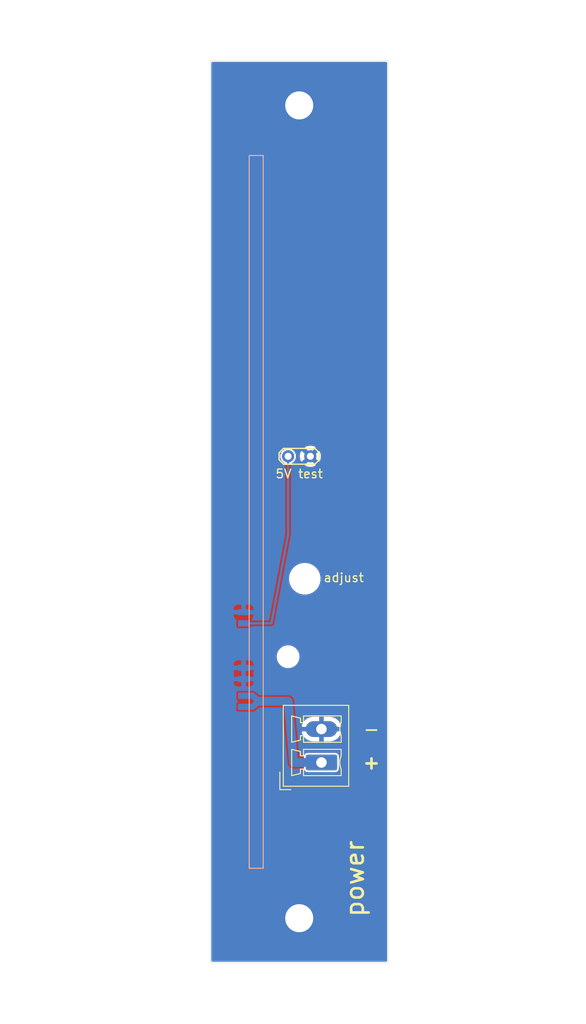
<source format=kicad_pcb>
(kicad_pcb (version 20171130) (host pcbnew 5.1.5+dfsg1-2build2)

  (general
    (thickness 1.6)
    (drawings 70)
    (tracks 11)
    (zones 0)
    (modules 7)
    (nets 4)
  )

  (page A4)
  (layers
    (0 F.Cu signal)
    (31 B.Cu signal)
    (32 B.Adhes user)
    (33 F.Adhes user)
    (34 B.Paste user)
    (35 F.Paste user)
    (36 B.SilkS user)
    (37 F.SilkS user)
    (38 B.Mask user)
    (39 F.Mask user)
    (40 Dwgs.User user)
    (41 Cmts.User user)
    (42 Eco1.User user)
    (43 Eco2.User user)
    (44 Edge.Cuts user)
    (45 Margin user)
    (46 B.CrtYd user)
    (47 F.CrtYd user)
    (48 B.Fab user)
    (49 F.Fab user)
  )

  (setup
    (last_trace_width 0.25)
    (user_trace_width 0.3)
    (user_trace_width 0.5)
    (user_trace_width 0.7)
    (user_trace_width 1)
    (user_trace_width 1.6)
    (trace_clearance 0.2)
    (zone_clearance 0.1)
    (zone_45_only no)
    (trace_min 0.2)
    (via_size 0.8)
    (via_drill 0.4)
    (via_min_size 0.4)
    (via_min_drill 0.3)
    (user_via 0.6 0.3)
    (uvia_size 0.3)
    (uvia_drill 0.1)
    (uvias_allowed no)
    (uvia_min_size 0.2)
    (uvia_min_drill 0.1)
    (edge_width 0.05)
    (segment_width 0.2)
    (pcb_text_width 0.3)
    (pcb_text_size 1.5 1.5)
    (mod_edge_width 0.12)
    (mod_text_size 1 1)
    (mod_text_width 0.15)
    (pad_size 1 1)
    (pad_drill 1)
    (pad_to_mask_clearance 0.051)
    (solder_mask_min_width 0.25)
    (aux_axis_origin 0 0)
    (grid_origin 78.74 43.2)
    (visible_elements FFFFFF7F)
    (pcbplotparams
      (layerselection 0x010fc_ffffffff)
      (usegerberextensions true)
      (usegerberattributes false)
      (usegerberadvancedattributes false)
      (creategerberjobfile false)
      (excludeedgelayer true)
      (linewidth 0.100000)
      (plotframeref false)
      (viasonmask false)
      (mode 1)
      (useauxorigin false)
      (hpglpennumber 1)
      (hpglpenspeed 20)
      (hpglpendiameter 15.000000)
      (psnegative false)
      (psa4output false)
      (plotreference true)
      (plotvalue true)
      (plotinvisibletext false)
      (padsonsilk false)
      (subtractmaskfromsilk true)
      (outputformat 1)
      (mirror false)
      (drillshape 0)
      (scaleselection 1)
      (outputdirectory "gerber/"))
  )

  (net 0 "")
  (net 1 GND)
  (net 2 VIN)
  (net 3 VOUT)

  (net_class Default "This is the default net class."
    (clearance 0.2)
    (trace_width 0.25)
    (via_dia 0.8)
    (via_drill 0.4)
    (uvia_dia 0.3)
    (uvia_drill 0.1)
    (add_net GND)
    (add_net VIN)
    (add_net VOUT)
  )

  (module plc88:fm_power_i (layer F.Cu) (tedit 63A7F5AF) (tstamp 63A84AF4)
    (at 80.645 55.265)
    (path /63A7FA69)
    (fp_text reference J1 (at 1.27 -5.715) (layer F.SilkS) hide
      (effects (font (size 1 1) (thickness 0.15)))
    )
    (fp_text value fm_power_i (at 0.635 -7.62) (layer F.Fab) hide
      (effects (font (size 1 1) (thickness 0.15)))
    )
    (fp_line (start -0.305 -12.085) (end -0.305 69.215) (layer B.SilkS) (width 0.12))
    (fp_line (start -1.905 -12.085) (end -0.305 -12.085) (layer B.SilkS) (width 0.12))
    (fp_line (start -1.905 69.215) (end -0.305 69.215) (layer B.SilkS) (width 0.12))
    (fp_line (start -1.905 -12.065) (end -1.905 69.215) (layer B.SilkS) (width 0.12))
    (pad 4 smd rect (at -2.54 40.005) (size 1.27 0.7) (layers B.Cu B.Paste B.Mask)
      (net 1 GND))
    (pad 2 smd rect (at -2.54 46.355) (size 1.27 0.7) (layers B.Cu B.Paste B.Mask)
      (net 1 GND))
    (pad 2 smd rect (at -2.54 47.625) (size 1.27 0.7) (layers B.Cu B.Paste B.Mask)
      (net 1 GND))
    (pad 5 smd rect (at 0.295 28.575) (size 1.27 7.62) (layers B.Cu B.Paste B.Mask)
      (net 1 GND) (zone_connect 2))
    (pad 5 smd rect (at 0.381 57.785) (size 1.27 7.62) (layers B.Cu B.Paste B.Mask)
      (net 1 GND) (zone_connect 2))
    (pad 5 smd rect (at 0.381 -0.635) (size 1.27 7.62) (layers B.Cu B.Paste B.Mask)
      (net 1 GND) (zone_connect 2))
    (pad 5 smd rect (at -2.54 57.785) (size 1.27 7.62) (layers B.Cu B.Paste B.Mask)
      (net 1 GND) (zone_connect 2))
    (pad 5 smd rect (at -2.54 28.575) (size 1.27 7.62) (layers B.Cu B.Paste B.Mask)
      (net 1 GND) (zone_connect 2))
    (pad 5 smd rect (at -2.54 -0.635) (size 1.27 7.62) (layers B.Cu B.Paste B.Mask)
      (net 1 GND) (zone_connect 2))
    (pad 1 smd rect (at -2.54 50.8) (size 1.27 0.7) (layers B.Cu B.Paste B.Mask)
      (net 2 VIN))
    (pad 3 smd rect (at -2.54 41.275) (size 1.27 0.7) (layers B.Cu B.Paste B.Mask)
      (net 3 VOUT))
    (pad 1 smd rect (at -2.54 49.53) (size 1.27 0.7) (layers B.Cu B.Paste B.Mask)
      (net 2 VIN))
  )

  (module TestPoint:TestPoint_2Pads_Pitch2.54mm_Drill0.8mm (layer F.Cu) (tedit 5A0F774F) (tstamp 6397FF17)
    (at 83.185 77.49)
    (descr "Test point with 2 pins, pitch 2.54mm, drill diameter 0.8mm")
    (tags "CONN DEV")
    (path /6398150D)
    (attr virtual)
    (fp_text reference TP1 (at 1.3 -2) (layer F.SilkS) hide
      (effects (font (size 1 1) (thickness 0.15)))
    )
    (fp_text value "5V test" (at 1.27 2) (layer F.SilkS)
      (effects (font (size 1 1) (thickness 0.15)))
    )
    (fp_line (start -1.03 -0.4) (end -0.53 -0.9) (layer F.SilkS) (width 0.15))
    (fp_line (start -1.03 0.4) (end -1.03 -0.4) (layer F.SilkS) (width 0.15))
    (fp_line (start -0.53 0.9) (end -1.03 0.4) (layer F.SilkS) (width 0.15))
    (fp_line (start 3.07 0.9) (end -0.53 0.9) (layer F.SilkS) (width 0.15))
    (fp_line (start 3.57 0.4) (end 3.07 0.9) (layer F.SilkS) (width 0.15))
    (fp_line (start 3.57 -0.4) (end 3.57 0.4) (layer F.SilkS) (width 0.15))
    (fp_line (start 3.07 -0.9) (end 3.57 -0.4) (layer F.SilkS) (width 0.15))
    (fp_line (start -0.53 -0.9) (end 3.07 -0.9) (layer F.SilkS) (width 0.15))
    (fp_line (start -1.3 0.5) (end -0.65 1.15) (layer F.CrtYd) (width 0.05))
    (fp_line (start -1.3 -0.5) (end -1.3 0.5) (layer F.CrtYd) (width 0.05))
    (fp_line (start -0.65 -1.15) (end -1.3 -0.5) (layer F.CrtYd) (width 0.05))
    (fp_line (start 3.15 -1.15) (end -0.65 -1.15) (layer F.CrtYd) (width 0.05))
    (fp_line (start 3.8 -0.5) (end 3.15 -1.15) (layer F.CrtYd) (width 0.05))
    (fp_line (start 3.8 0.5) (end 3.8 -0.5) (layer F.CrtYd) (width 0.05))
    (fp_line (start 3.15 1.15) (end 3.8 0.5) (layer F.CrtYd) (width 0.05))
    (fp_line (start -0.65 1.15) (end 3.15 1.15) (layer F.CrtYd) (width 0.05))
    (fp_text user %R (at 1.3 -2) (layer F.Fab) hide
      (effects (font (size 1 1) (thickness 0.15)))
    )
    (pad 2 thru_hole circle (at 2.54 0) (size 1.4 1.4) (drill 0.8) (layers *.Cu *.Mask)
      (net 1 GND))
    (pad 1 thru_hole circle (at 0 0) (size 1.4 1.4) (drill 0.8) (layers *.Cu *.Mask)
      (net 3 VOUT))
  )

  (module Connector_Phoenix_MC:PhoenixContact_MCV_1,5_2-G-3.81_1x02_P3.81mm_Vertical (layer F.Cu) (tedit 5B784ED1) (tstamp 63558088)
    (at 86.995 112.415 90)
    (descr "Generic Phoenix Contact connector footprint for: MCV_1,5/2-G-3.81; number of pins: 02; pin pitch: 3.81mm; Vertical || order number: 1803426 8A 160V")
    (tags "phoenix_contact connector MCV_01x02_G_3.81mm")
    (path /635614D4)
    (fp_text reference J10 (at 1.9 -5.45 90) (layer F.SilkS) hide
      (effects (font (size 1 1) (thickness 0.15)))
    )
    (fp_text value input (at 1.9 4.2 90) (layer F.Fab) hide
      (effects (font (size 1 1) (thickness 0.15)))
    )
    (fp_text user %R (at 1.9 -3.55 90) (layer F.Fab) hide
      (effects (font (size 1 1) (thickness 0.15)))
    )
    (fp_line (start -3.1 -4.75) (end -1.1 -4.75) (layer F.Fab) (width 0.1))
    (fp_line (start -3.1 -3.5) (end -3.1 -4.75) (layer F.Fab) (width 0.1))
    (fp_line (start -3.1 -4.75) (end -1.1 -4.75) (layer F.SilkS) (width 0.12))
    (fp_line (start -3.1 -3.5) (end -3.1 -4.75) (layer F.SilkS) (width 0.12))
    (fp_line (start 6.91 -4.75) (end -3.1 -4.75) (layer F.CrtYd) (width 0.05))
    (fp_line (start 6.91 3.5) (end 6.91 -4.75) (layer F.CrtYd) (width 0.05))
    (fp_line (start -3.1 3.5) (end 6.91 3.5) (layer F.CrtYd) (width 0.05))
    (fp_line (start -3.1 -4.75) (end -3.1 3.5) (layer F.CrtYd) (width 0.05))
    (fp_line (start 5.31 2.25) (end 4.56 2.25) (layer F.SilkS) (width 0.12))
    (fp_line (start 5.31 -2.05) (end 5.31 2.25) (layer F.SilkS) (width 0.12))
    (fp_line (start 4.56 -2.05) (end 5.31 -2.05) (layer F.SilkS) (width 0.12))
    (fp_line (start 4.56 -2.4) (end 4.56 -2.05) (layer F.SilkS) (width 0.12))
    (fp_line (start 5.06 -2.4) (end 4.56 -2.4) (layer F.SilkS) (width 0.12))
    (fp_line (start 5.31 -3.4) (end 5.06 -2.4) (layer F.SilkS) (width 0.12))
    (fp_line (start 2.31 -3.4) (end 5.31 -3.4) (layer F.SilkS) (width 0.12))
    (fp_line (start 2.56 -2.4) (end 2.31 -3.4) (layer F.SilkS) (width 0.12))
    (fp_line (start 3.06 -2.4) (end 2.56 -2.4) (layer F.SilkS) (width 0.12))
    (fp_line (start 3.06 -2.05) (end 3.06 -2.4) (layer F.SilkS) (width 0.12))
    (fp_line (start 2.31 -2.05) (end 3.06 -2.05) (layer F.SilkS) (width 0.12))
    (fp_line (start 2.31 2.25) (end 2.31 -2.05) (layer F.SilkS) (width 0.12))
    (fp_line (start 3.06 2.25) (end 2.31 2.25) (layer F.SilkS) (width 0.12))
    (fp_line (start 1.5 2.25) (end 0.75 2.25) (layer F.SilkS) (width 0.12))
    (fp_line (start 1.5 -2.05) (end 1.5 2.25) (layer F.SilkS) (width 0.12))
    (fp_line (start 0.75 -2.05) (end 1.5 -2.05) (layer F.SilkS) (width 0.12))
    (fp_line (start 0.75 -2.4) (end 0.75 -2.05) (layer F.SilkS) (width 0.12))
    (fp_line (start 1.25 -2.4) (end 0.75 -2.4) (layer F.SilkS) (width 0.12))
    (fp_line (start 1.5 -3.4) (end 1.25 -2.4) (layer F.SilkS) (width 0.12))
    (fp_line (start -1.5 -3.4) (end 1.5 -3.4) (layer F.SilkS) (width 0.12))
    (fp_line (start -1.25 -2.4) (end -1.5 -3.4) (layer F.SilkS) (width 0.12))
    (fp_line (start -0.75 -2.4) (end -1.25 -2.4) (layer F.SilkS) (width 0.12))
    (fp_line (start -0.75 -2.05) (end -0.75 -2.4) (layer F.SilkS) (width 0.12))
    (fp_line (start -1.5 -2.05) (end -0.75 -2.05) (layer F.SilkS) (width 0.12))
    (fp_line (start -1.5 2.25) (end -1.5 -2.05) (layer F.SilkS) (width 0.12))
    (fp_line (start -0.75 2.25) (end -1.5 2.25) (layer F.SilkS) (width 0.12))
    (fp_line (start 6.41 -4.25) (end -2.6 -4.25) (layer F.Fab) (width 0.1))
    (fp_line (start 6.41 3) (end 6.41 -4.25) (layer F.Fab) (width 0.1))
    (fp_line (start -2.6 3) (end 6.41 3) (layer F.Fab) (width 0.1))
    (fp_line (start -2.6 -4.25) (end -2.6 3) (layer F.Fab) (width 0.1))
    (fp_line (start 6.52 -4.36) (end -2.71 -4.36) (layer F.SilkS) (width 0.12))
    (fp_line (start 6.52 3.11) (end 6.52 -4.36) (layer F.SilkS) (width 0.12))
    (fp_line (start -2.71 3.11) (end 6.52 3.11) (layer F.SilkS) (width 0.12))
    (fp_line (start -2.71 -4.36) (end -2.71 3.11) (layer F.SilkS) (width 0.12))
    (fp_arc (start 3.81 3.95) (end 3.06 2.25) (angle 47.6) (layer F.SilkS) (width 0.12))
    (fp_arc (start 0 3.95) (end -0.75 2.25) (angle 47.6) (layer F.SilkS) (width 0.12))
    (pad 2 thru_hole oval (at 3.81 0 90) (size 1.8 3.6) (drill 1.2) (layers *.Cu *.Mask)
      (net 1 GND))
    (pad 1 thru_hole roundrect (at 0 0 90) (size 1.8 3.6) (drill 1.2) (layers *.Cu *.Mask) (roundrect_rratio 0.138889)
      (net 2 VIN))
    (model ${KISYS3DMOD}/Connector_Phoenix_MC.3dshapes/PhoenixContact_MCV_1,5_2-G-3.81_1x02_P3.81mm_Vertical.wrl
      (at (xyz 0 0 0))
      (scale (xyz 1 1 1))
      (rotate (xyz 0 0 0))
    )
  )

  (module MountingHole:MountingHole_2.2mm_M2_DIN965 (layer F.Cu) (tedit 56D1B4CB) (tstamp 63551460)
    (at 83.185 100.35)
    (descr "Mounting Hole 2.2mm, no annular, M2, DIN965")
    (tags "mounting hole 2.2mm no annular m2 din965")
    (path /6355985C)
    (attr virtual)
    (fp_text reference H4 (at 0 -2.9) (layer F.SilkS) hide
      (effects (font (size 1 1) (thickness 0.15)))
    )
    (fp_text value "power led" (at 0 2.9) (layer F.Fab) hide
      (effects (font (size 1 1) (thickness 0.15)))
    )
    (fp_circle (center 0 0) (end 2.15 0) (layer F.CrtYd) (width 0.05))
    (fp_circle (center 0 0) (end 1.9 0) (layer Cmts.User) (width 0.15))
    (fp_text user %R (at 0.3 0) (layer F.Fab) hide
      (effects (font (size 1 1) (thickness 0.15)))
    )
    (pad 1 np_thru_hole circle (at 0 0) (size 2.2 2.2) (drill 2.2) (layers *.Cu *.Mask))
  )

  (module MountingHole:MountingHole_3.2mm_M3_DIN965 (layer F.Cu) (tedit 56D1B4CB) (tstamp 63551458)
    (at 85.09 91.46)
    (descr "Mounting Hole 3.2mm, no annular, M3, DIN965")
    (tags "mounting hole 3.2mm no annular m3 din965")
    (path /6355A03A)
    (attr virtual)
    (fp_text reference H3 (at 0 -3.8) (layer F.SilkS) hide
      (effects (font (size 1 1) (thickness 0.15)))
    )
    (fp_text value adjust (at 4.445 -0.127) (layer F.SilkS)
      (effects (font (size 1 1) (thickness 0.15)))
    )
    (fp_circle (center 0 0) (end 3.05 0) (layer F.CrtYd) (width 0.05))
    (fp_circle (center 0 0) (end 2.8 0) (layer Cmts.User) (width 0.15))
    (fp_text user %R (at 0.3 0) (layer F.Fab) hide
      (effects (font (size 1 1) (thickness 0.15)))
    )
    (pad 1 np_thru_hole circle (at 0 0) (size 3.2 3.2) (drill 3.2) (layers *.Cu *.Mask))
  )

  (module MountingHole:MountingHole_3.2mm_M3_Pad (layer F.Cu) (tedit 61F97160) (tstamp 61F9706A)
    (at 84.455 37.465)
    (descr "Mounting Hole 3.2mm, M3")
    (tags "mounting hole 3.2mm m3")
    (path /61F96FAB)
    (attr virtual)
    (fp_text reference H1 (at 0 -4.2) (layer F.SilkS) hide
      (effects (font (size 1 1) (thickness 0.15)))
    )
    (fp_text value MountingHole_Pad (at 0 4.2) (layer F.Fab) hide
      (effects (font (size 1 1) (thickness 0.15)))
    )
    (fp_text user %R (at 0.3 0) (layer F.Fab) hide
      (effects (font (size 1 1) (thickness 0.15)))
    )
    (fp_circle (center 0 0) (end 3.2 0) (layer Cmts.User) (width 0.15))
    (fp_circle (center 0 0) (end 3.45 0) (layer F.CrtYd) (width 0.05))
    (pad 1 thru_hole circle (at 0 0) (size 6.4 6.4) (drill 3.2) (layers *.Cu *.Mask)
      (net 1 GND) (zone_connect 2))
  )

  (module MountingHole:MountingHole_3.2mm_M3_Pad (layer F.Cu) (tedit 61F97169) (tstamp 61F96D2B)
    (at 84.455 130.175)
    (descr "Mounting Hole 3.2mm, M3")
    (tags "mounting hole 3.2mm m3")
    (path /61F97419)
    (attr virtual)
    (fp_text reference H2 (at 0 -4.2) (layer F.SilkS) hide
      (effects (font (size 1 1) (thickness 0.15)))
    )
    (fp_text value MountingHole_Pad (at 0 4.2) (layer F.Fab) hide
      (effects (font (size 1 1) (thickness 0.15)))
    )
    (fp_circle (center 0 0) (end 3.45 0) (layer F.CrtYd) (width 0.05))
    (fp_circle (center 0 0) (end 3.2 0) (layer Cmts.User) (width 0.15))
    (fp_text user %R (at 0.3 0) (layer F.Fab) hide
      (effects (font (size 1 1) (thickness 0.15)))
    )
    (pad 1 thru_hole circle (at 0 0) (size 6.4 6.4) (drill 3.2) (layers *.Cu *.Mask)
      (net 1 GND) (zone_connect 2))
  )

  (gr_line (start 77.47 106.446) (end 77.47 105.684) (layer F.Fab) (width 0.15) (tstamp 63A7EC1D))
  (gr_line (start 78.74 106.446) (end 77.47 106.446) (layer F.Fab) (width 0.15))
  (gr_line (start 78.74 105.684) (end 78.74 106.446) (layer F.Fab) (width 0.15))
  (gr_line (start 77.47 105.684) (end 78.74 105.684) (layer F.Fab) (width 0.15))
  (gr_line (start 77.47 105.176) (end 77.47 104.414) (layer F.Fab) (width 0.15) (tstamp 63A7EC16))
  (gr_line (start 78.74 105.176) (end 77.47 105.176) (layer F.Fab) (width 0.15))
  (gr_line (start 78.74 104.414) (end 78.74 105.176) (layer F.Fab) (width 0.15))
  (gr_line (start 77.47 104.414) (end 78.74 104.414) (layer F.Fab) (width 0.15))
  (gr_line (start 78.74 96.159) (end 77.47 96.159) (layer F.Fab) (width 0.15) (tstamp 63A7EC0E))
  (gr_line (start 78.74 96.921) (end 78.74 96.159) (layer F.Fab) (width 0.15))
  (gr_line (start 77.47 96.921) (end 78.74 96.921) (layer F.Fab) (width 0.15))
  (gr_line (start 77.47 96.159) (end 77.47 96.921) (layer F.Fab) (width 0.15))
  (gr_line (start 80.391 116.86) (end 80.391 109.24) (layer F.Fab) (width 0.15) (tstamp 63A7EC01))
  (gr_line (start 81.661 116.86) (end 80.391 116.86) (layer F.Fab) (width 0.15))
  (gr_line (start 81.661 109.24) (end 81.661 116.86) (layer F.Fab) (width 0.15))
  (gr_line (start 80.391 109.24) (end 81.661 109.24) (layer F.Fab) (width 0.15))
  (gr_line (start 77.47 116.86) (end 77.47 109.24) (layer F.Fab) (width 0.15) (tstamp 63A7EBFA))
  (gr_line (start 78.74 116.86) (end 77.47 116.86) (layer F.Fab) (width 0.15))
  (gr_line (start 78.74 109.24) (end 78.74 116.86) (layer F.Fab) (width 0.15))
  (gr_line (start 77.47 109.24) (end 78.74 109.24) (layer F.Fab) (width 0.15))
  (gr_line (start 77.47 58.44) (end 77.47 50.82) (layer F.Fab) (width 0.15) (tstamp 63A7EBED))
  (gr_line (start 77.343 58.44) (end 77.47 58.44) (layer F.Fab) (width 0.15))
  (gr_line (start 78.74 58.44) (end 77.343 58.44) (layer F.Fab) (width 0.15))
  (gr_line (start 78.74 50.82) (end 78.74 58.44) (layer F.Fab) (width 0.15))
  (gr_line (start 77.47 50.82) (end 78.74 50.82) (layer F.Fab) (width 0.15))
  (gr_line (start 80.391 58.44) (end 80.391 50.82) (layer F.Fab) (width 0.15) (tstamp 63A7EBEC))
  (gr_line (start 81.661 58.44) (end 80.391 58.44) (layer F.Fab) (width 0.15))
  (gr_line (start 81.661 50.82) (end 81.661 58.44) (layer F.Fab) (width 0.15))
  (gr_line (start 80.391 50.82) (end 81.661 50.82) (layer F.Fab) (width 0.15))
  (gr_line (start 80.391 87.65) (end 80.391 80.03) (layer F.Fab) (width 0.15) (tstamp 63A7EBEB))
  (gr_line (start 81.661 87.65) (end 80.391 87.65) (layer F.Fab) (width 0.15))
  (gr_line (start 81.661 80.03) (end 81.661 87.65) (layer F.Fab) (width 0.15))
  (gr_line (start 80.391 80.03) (end 81.661 80.03) (layer F.Fab) (width 0.15))
  (gr_line (start 77.47 87.65) (end 77.47 80.03) (layer F.Fab) (width 0.15) (tstamp 63A7EBEA))
  (gr_line (start 78.74 87.65) (end 77.47 87.65) (layer F.Fab) (width 0.15))
  (gr_line (start 78.74 80.03) (end 78.74 87.65) (layer F.Fab) (width 0.15))
  (gr_line (start 77.47 80.03) (end 78.74 80.03) (layer F.Fab) (width 0.15))
  (dimension 3.81 (width 0.15) (layer F.Fab)
    (gr_text "3,810 mm" (at 92.71 138.988) (layer F.Fab)
      (effects (font (size 1 1) (thickness 0.15)))
    )
    (feature1 (pts (xy 90.805 135.91) (xy 90.805 138.274421)))
    (feature2 (pts (xy 94.615 135.91) (xy 94.615 138.274421)))
    (crossbar (pts (xy 94.615 137.688) (xy 90.805 137.688)))
    (arrow1a (pts (xy 90.805 137.688) (xy 91.931504 137.101579)))
    (arrow1b (pts (xy 90.805 137.688) (xy 91.931504 138.274421)))
    (arrow2a (pts (xy 94.615 137.688) (xy 93.488496 137.101579)))
    (arrow2b (pts (xy 94.615 137.688) (xy 93.488496 138.274421)))
  )
  (gr_text power (at 90.805 130.195 90) (layer F.SilkS)
    (effects (font (size 2 2) (thickness 0.3)) (justify left))
  )
  (gr_text - (at 92.71 108.605) (layer F.SilkS)
    (effects (font (size 1.5 1.5) (thickness 0.2)))
  )
  (dimension 4.699 (width 0.15) (layer F.Fab)
    (gr_text "4,699 mm" (at 82.7405 92.319) (layer F.Fab)
      (effects (font (size 1 1) (thickness 0.15)))
    )
    (feature1 (pts (xy 85.09 94.635) (xy 85.09 93.032579)))
    (feature2 (pts (xy 80.391 94.635) (xy 80.391 93.032579)))
    (crossbar (pts (xy 80.391 93.619) (xy 85.09 93.619)))
    (arrow1a (pts (xy 85.09 93.619) (xy 83.963496 94.205421)))
    (arrow1b (pts (xy 85.09 93.619) (xy 83.963496 93.032579)))
    (arrow2a (pts (xy 80.391 93.619) (xy 81.517504 94.205421)))
    (arrow2b (pts (xy 80.391 93.619) (xy 81.517504 93.032579)))
  )
  (gr_text + (at 92.71 112.415) (layer F.SilkS)
    (effects (font (size 1.5 1.5) (thickness 0.3)) (justify mirror))
  )
  (dimension 24.13 (width 0.15) (layer F.Fab)
    (gr_text "24,130 mm" (at 53.945 112.415 90) (layer F.Fab)
      (effects (font (size 1 1) (thickness 0.15)))
    )
    (feature1 (pts (xy 76.2 100.35) (xy 54.658579 100.35)))
    (feature2 (pts (xy 76.2 124.48) (xy 54.658579 124.48)))
    (crossbar (pts (xy 55.245 124.48) (xy 55.245 100.35)))
    (arrow1a (pts (xy 55.245 100.35) (xy 55.831421 101.476504)))
    (arrow1b (pts (xy 55.245 100.35) (xy 54.658579 101.476504)))
    (arrow2a (pts (xy 55.245 124.48) (xy 55.831421 123.353496)))
    (arrow2b (pts (xy 55.245 124.48) (xy 54.658579 123.353496)))
  )
  (dimension 33.02 (width 0.15) (layer F.Fab)
    (gr_text "33,020 mm" (at 57.755 107.97 90) (layer F.Fab)
      (effects (font (size 1 1) (thickness 0.15)))
    )
    (feature1 (pts (xy 75.565 91.46) (xy 58.468579 91.46)))
    (feature2 (pts (xy 75.565 124.48) (xy 58.468579 124.48)))
    (crossbar (pts (xy 59.055 124.48) (xy 59.055 91.46)))
    (arrow1a (pts (xy 59.055 91.46) (xy 59.641421 92.586504)))
    (arrow1b (pts (xy 59.055 91.46) (xy 58.468579 92.586504)))
    (arrow2a (pts (xy 59.055 124.48) (xy 59.641421 123.353496)))
    (arrow2b (pts (xy 59.055 124.48) (xy 58.468579 123.353496)))
  )
  (dimension 27.94 (width 0.15) (layer F.Fab)
    (gr_text "27,940 mm" (at 60.93 110.51 90) (layer F.Fab)
      (effects (font (size 1 1) (thickness 0.15)))
    )
    (feature1 (pts (xy 74.93 96.54) (xy 61.643579 96.54)))
    (feature2 (pts (xy 74.93 124.48) (xy 61.643579 124.48)))
    (crossbar (pts (xy 62.23 124.48) (xy 62.23 96.54)))
    (arrow1a (pts (xy 62.23 96.54) (xy 62.816421 97.666504)))
    (arrow1b (pts (xy 62.23 96.54) (xy 61.643579 97.666504)))
    (arrow2a (pts (xy 62.23 124.48) (xy 62.816421 123.353496)))
    (arrow2b (pts (xy 62.23 124.48) (xy 61.643579 123.353496)))
  )
  (dimension 18.415 (width 0.15) (layer F.Fab)
    (gr_text "18,415 mm" (at 69.185 115.2725 90) (layer F.Fab)
      (effects (font (size 1 1) (thickness 0.15)))
    )
    (feature1 (pts (xy 74.93 106.065) (xy 69.898579 106.065)))
    (feature2 (pts (xy 74.93 124.48) (xy 69.898579 124.48)))
    (crossbar (pts (xy 70.485 124.48) (xy 70.485 106.065)))
    (arrow1a (pts (xy 70.485 106.065) (xy 71.071421 107.191504)))
    (arrow1b (pts (xy 70.485 106.065) (xy 69.898579 107.191504)))
    (arrow2a (pts (xy 70.485 124.48) (xy 71.071421 123.353496)))
    (arrow2b (pts (xy 70.485 124.48) (xy 69.898579 123.353496)))
  )
  (dimension 4.445 (width 0.15) (layer F.Fab)
    (gr_text "4,445 mm" (at 76.5175 47.04) (layer F.Fab)
      (effects (font (size 1 1) (thickness 0.15)))
    )
    (feature1 (pts (xy 78.74 45.105) (xy 78.74 46.326421)))
    (feature2 (pts (xy 74.295 45.105) (xy 74.295 46.326421)))
    (crossbar (pts (xy 74.295 45.74) (xy 78.74 45.74)))
    (arrow1a (pts (xy 78.74 45.74) (xy 77.613496 46.326421)))
    (arrow1b (pts (xy 78.74 45.74) (xy 77.613496 45.153579)))
    (arrow2a (pts (xy 74.295 45.74) (xy 75.421504 46.326421)))
    (arrow2b (pts (xy 74.295 45.74) (xy 75.421504 45.153579)))
  )
  (gr_line (start 73.025 83.84) (end 98.425 83.84) (layer F.Fab) (width 0.15))
  (gr_line (start 84.455 28.595) (end 84.455 140.99) (layer F.Fab) (width 0.15))
  (dimension 20.955 (width 0.15) (layer F.Fab)
    (gr_text "20,955 mm" (at 66.645 53.6775 270) (layer F.Fab)
      (effects (font (size 1 1) (thickness 0.15)))
    )
    (feature1 (pts (xy 76.2 64.155) (xy 67.358579 64.155)))
    (feature2 (pts (xy 76.2 43.2) (xy 67.358579 43.2)))
    (crossbar (pts (xy 67.945 43.2) (xy 67.945 64.155)))
    (arrow1a (pts (xy 67.945 64.155) (xy 67.358579 63.028496)))
    (arrow1b (pts (xy 67.945 64.155) (xy 68.531421 63.028496)))
    (arrow2a (pts (xy 67.945 43.2) (xy 67.358579 44.326504)))
    (arrow2b (pts (xy 67.945 43.2) (xy 68.531421 44.326504)))
  )
  (dimension 5.08 (width 0.15) (layer F.Fab)
    (gr_text "5,080 mm" (at 91.47 132.715 270) (layer F.Fab)
      (effects (font (size 1 1) (thickness 0.15)))
    )
    (feature1 (pts (xy 88.9 135.255) (xy 90.756421 135.255)))
    (feature2 (pts (xy 88.9 130.175) (xy 90.756421 130.175)))
    (crossbar (pts (xy 90.17 130.175) (xy 90.17 135.255)))
    (arrow1a (pts (xy 90.17 135.255) (xy 89.583579 134.128496)))
    (arrow1b (pts (xy 90.17 135.255) (xy 90.756421 134.128496)))
    (arrow2a (pts (xy 90.17 130.175) (xy 89.583579 131.301504)))
    (arrow2b (pts (xy 90.17 130.175) (xy 90.756421 131.301504)))
  )
  (dimension 5.08 (width 0.15) (layer F.Fab)
    (gr_text "5,080 mm" (at 91.47 34.925 90) (layer F.Fab)
      (effects (font (size 1 1) (thickness 0.15)))
    )
    (feature1 (pts (xy 88.9 32.385) (xy 90.756421 32.385)))
    (feature2 (pts (xy 88.9 37.465) (xy 90.756421 37.465)))
    (crossbar (pts (xy 90.17 37.465) (xy 90.17 32.385)))
    (arrow1a (pts (xy 90.17 32.385) (xy 90.756421 33.511504)))
    (arrow1b (pts (xy 90.17 32.385) (xy 89.583579 33.511504)))
    (arrow2a (pts (xy 90.17 37.465) (xy 90.756421 36.338496)))
    (arrow2b (pts (xy 90.17 37.465) (xy 89.583579 36.338496)))
  )
  (dimension 5.715 (width 0.15) (layer F.Fab) (tstamp 63528E00)
    (gr_text "5,715 mm" (at 79.405 127.3175 90) (layer F.Fab) (tstamp 63528E00)
      (effects (font (size 1 1) (thickness 0.15)))
    )
    (feature1 (pts (xy 78.105 124.46) (xy 78.691421 124.46)))
    (feature2 (pts (xy 78.105 130.175) (xy 78.691421 130.175)))
    (crossbar (pts (xy 78.105 130.175) (xy 78.105 124.46)))
    (arrow1a (pts (xy 78.105 124.46) (xy 78.691421 125.586504)))
    (arrow1b (pts (xy 78.105 124.46) (xy 77.518579 125.586504)))
    (arrow2a (pts (xy 78.105 130.175) (xy 78.691421 129.048496)))
    (arrow2b (pts (xy 78.105 130.175) (xy 77.518579 129.048496)))
  )
  (dimension 5.715 (width 0.15) (layer F.Fab)
    (gr_text "5,715 mm" (at 79.405 40.3225 90) (layer F.Fab)
      (effects (font (size 1 1) (thickness 0.15)))
    )
    (feature1 (pts (xy 78.105 37.465) (xy 78.691421 37.465)))
    (feature2 (pts (xy 78.105 43.18) (xy 78.691421 43.18)))
    (crossbar (pts (xy 78.105 43.18) (xy 78.105 37.465)))
    (arrow1a (pts (xy 78.105 37.465) (xy 78.691421 38.591504)))
    (arrow1b (pts (xy 78.105 37.465) (xy 77.518579 38.591504)))
    (arrow2a (pts (xy 78.105 43.18) (xy 78.691421 42.053496)))
    (arrow2b (pts (xy 78.105 43.18) (xy 77.518579 42.053496)))
  )
  (dimension 10.16 (width 0.15) (layer F.Fab)
    (gr_text "10,160 mm" (at 79.375 138.46) (layer F.Fab)
      (effects (font (size 1 1) (thickness 0.15)))
    )
    (feature1 (pts (xy 84.455 135.89) (xy 84.455 137.746421)))
    (feature2 (pts (xy 74.295 135.89) (xy 74.295 137.746421)))
    (crossbar (pts (xy 74.295 137.16) (xy 84.455 137.16)))
    (arrow1a (pts (xy 84.455 137.16) (xy 83.328496 137.746421)))
    (arrow1b (pts (xy 84.455 137.16) (xy 83.328496 136.573579)))
    (arrow2a (pts (xy 74.295 137.16) (xy 75.421504 137.746421)))
    (arrow2b (pts (xy 74.295 137.16) (xy 75.421504 136.573579)))
  )
  (dimension 10.16 (width 0.15) (layer F.Fab)
    (gr_text "10,160 mm" (at 79.375 29.18) (layer F.Fab)
      (effects (font (size 1 1) (thickness 0.15)))
    )
    (feature1 (pts (xy 74.295 32.385) (xy 74.295 29.893579)))
    (feature2 (pts (xy 84.455 32.385) (xy 84.455 29.893579)))
    (crossbar (pts (xy 84.455 30.48) (xy 74.295 30.48)))
    (arrow1a (pts (xy 74.295 30.48) (xy 75.421504 29.893579)))
    (arrow1b (pts (xy 74.295 30.48) (xy 75.421504 31.066421)))
    (arrow2a (pts (xy 84.455 30.48) (xy 83.328496 29.893579)))
    (arrow2b (pts (xy 84.455 30.48) (xy 83.328496 31.066421)))
  )
  (dimension 37.465 (width 0.15) (layer F.Fab)
    (gr_text "37,465 mm" (at 56.485 61.9125 270) (layer F.Fab)
      (effects (font (size 1 1) (thickness 0.15)))
    )
    (feature1 (pts (xy 75.565 80.645) (xy 57.198579 80.645)))
    (feature2 (pts (xy 75.565 43.18) (xy 57.198579 43.18)))
    (crossbar (pts (xy 57.785 43.18) (xy 57.785 80.645)))
    (arrow1a (pts (xy 57.785 80.645) (xy 57.198579 79.518496)))
    (arrow1b (pts (xy 57.785 80.645) (xy 58.371421 79.518496)))
    (arrow2a (pts (xy 57.785 43.18) (xy 57.198579 44.306504)))
    (arrow2b (pts (xy 57.785 43.18) (xy 58.371421 44.306504)))
  )
  (dimension 40.64 (width 0.15) (layer F.Fab)
    (gr_text "40,640 mm" (at 66.01 104.14 90) (layer F.Fab)
      (effects (font (size 1 1) (thickness 0.15)))
    )
    (feature1 (pts (xy 74.93 83.82) (xy 66.723579 83.82)))
    (feature2 (pts (xy 74.93 124.46) (xy 66.723579 124.46)))
    (crossbar (pts (xy 67.31 124.46) (xy 67.31 83.82)))
    (arrow1a (pts (xy 67.31 83.82) (xy 67.896421 84.946504)))
    (arrow1b (pts (xy 67.31 83.82) (xy 66.723579 84.946504)))
    (arrow2a (pts (xy 67.31 124.46) (xy 67.896421 123.333496)))
    (arrow2b (pts (xy 67.31 124.46) (xy 66.723579 123.333496)))
  )
  (dimension 7.62 (width 0.15) (layer F.Fab)
    (gr_text "7,620 mm" (at 71.725 120.67 90) (layer F.Fab)
      (effects (font (size 1 1) (thickness 0.15)))
    )
    (feature1 (pts (xy 74.93 116.86) (xy 72.438579 116.86)))
    (feature2 (pts (xy 74.93 124.48) (xy 72.438579 124.48)))
    (crossbar (pts (xy 73.025 124.48) (xy 73.025 116.86)))
    (arrow1a (pts (xy 73.025 116.86) (xy 73.611421 117.986504)))
    (arrow1b (pts (xy 73.025 116.86) (xy 72.438579 117.986504)))
    (arrow2a (pts (xy 73.025 124.48) (xy 73.611421 123.353496)))
    (arrow2b (pts (xy 73.025 124.48) (xy 72.438579 123.353496)))
  )
  (dimension 7.62 (width 0.15) (layer F.Fab)
    (gr_text "7,620 mm" (at 69.82 46.99 270) (layer F.Fab)
      (effects (font (size 1 1) (thickness 0.15)))
    )
    (feature1 (pts (xy 74.93 50.8) (xy 70.533579 50.8)))
    (feature2 (pts (xy 74.93 43.18) (xy 70.533579 43.18)))
    (crossbar (pts (xy 71.12 43.18) (xy 71.12 50.8)))
    (arrow1a (pts (xy 71.12 50.8) (xy 70.533579 49.673496)))
    (arrow1b (pts (xy 71.12 50.8) (xy 71.706421 49.673496)))
    (arrow2a (pts (xy 71.12 43.18) (xy 70.533579 44.306504)))
    (arrow2b (pts (xy 71.12 43.18) (xy 71.706421 44.306504)))
  )
  (dimension 20.32 (width 0.05) (layer F.Fab)
    (gr_text "20,320 mm" (at 84.455 26.035) (layer F.Fab)
      (effects (font (size 1 1) (thickness 0.1)))
    )
    (feature1 (pts (xy 94.615 29.845) (xy 94.615 26.718579)))
    (feature2 (pts (xy 74.295 29.845) (xy 74.295 26.718579)))
    (crossbar (pts (xy 74.295 27.305) (xy 94.615 27.305)))
    (arrow1a (pts (xy 94.615 27.305) (xy 93.488496 27.891421)))
    (arrow1b (pts (xy 94.615 27.305) (xy 93.488496 26.718579)))
    (arrow2a (pts (xy 74.295 27.305) (xy 75.421504 27.891421)))
    (arrow2b (pts (xy 74.295 27.305) (xy 75.421504 26.718579)))
  )
  (dimension 1.6 (width 0.15) (layer F.Fab)
    (gr_text "1,600 mm" (at 69.38 128.3) (layer F.Fab)
      (effects (font (size 1 1) (thickness 0.15)))
    )
    (feature1 (pts (xy 70.18 125.3) (xy 70.18 127.586421)))
    (feature2 (pts (xy 68.58 125.3) (xy 68.58 127.586421)))
    (crossbar (pts (xy 68.58 127) (xy 70.18 127)))
    (arrow1a (pts (xy 70.18 127) (xy 69.053496 127.586421)))
    (arrow1b (pts (xy 70.18 127) (xy 69.053496 126.413579)))
    (arrow2a (pts (xy 68.58 127) (xy 69.706504 127.586421)))
    (arrow2b (pts (xy 68.58 127) (xy 69.706504 126.413579)))
  )
  (dimension 1.6 (width 0.1) (layer F.Fab)
    (gr_text "1,600 mm" (at 69.38 36.94) (layer F.Fab)
      (effects (font (size 1 1) (thickness 0.1)))
    )
    (feature1 (pts (xy 70.18 40.64) (xy 70.18 37.653579)))
    (feature2 (pts (xy 68.58 40.64) (xy 68.58 37.653579)))
    (crossbar (pts (xy 68.58 38.24) (xy 70.18 38.24)))
    (arrow1a (pts (xy 70.18 38.24) (xy 69.053496 38.826421)))
    (arrow1b (pts (xy 70.18 38.24) (xy 69.053496 37.653579)))
    (arrow2a (pts (xy 68.58 38.24) (xy 69.706504 38.826421)))
    (arrow2b (pts (xy 68.58 38.24) (xy 69.706504 37.653579)))
  )
  (dimension 81.28 (width 0.15) (layer F.Fab)
    (gr_text "81,280 mm" (at 63.47 83.84 270) (layer F.Fab)
      (effects (font (size 1 1) (thickness 0.15)))
    )
    (feature1 (pts (xy 68.58 124.48) (xy 64.183579 124.48)))
    (feature2 (pts (xy 68.58 43.2) (xy 64.183579 43.2)))
    (crossbar (pts (xy 64.77 43.2) (xy 64.77 124.48)))
    (arrow1a (pts (xy 64.77 124.48) (xy 64.183579 123.353496)))
    (arrow1b (pts (xy 64.77 124.48) (xy 65.356421 123.353496)))
    (arrow2a (pts (xy 64.77 43.2) (xy 64.183579 44.326504)))
    (arrow2b (pts (xy 64.77 43.2) (xy 65.356421 44.326504)))
  )
  (gr_line (start 74.295 32.385) (end 94.615 32.385) (layer Edge.Cuts) (width 0.05) (tstamp 61F95B25))
  (gr_line (start 74.295 135.255) (end 74.295 32.385) (layer Edge.Cuts) (width 0.05))
  (gr_line (start 94.615 135.255) (end 74.295 135.255) (layer Edge.Cuts) (width 0.05))
  (gr_line (start 94.615 32.385) (end 94.615 135.255) (layer Edge.Cuts) (width 0.05))
  (dimension 86.36 (width 0.15) (layer F.Fab)
    (gr_text "86,360 mm" (at 109.25 83.82 90) (layer F.Fab)
      (effects (font (size 1 1) (thickness 0.15)))
    )
    (feature1 (pts (xy 101.6 40.64) (xy 108.536421 40.64)))
    (feature2 (pts (xy 101.6 127) (xy 108.536421 127)))
    (crossbar (pts (xy 107.95 127) (xy 107.95 40.64)))
    (arrow1a (pts (xy 107.95 40.64) (xy 108.536421 41.766504)))
    (arrow1b (pts (xy 107.95 40.64) (xy 107.363579 41.766504)))
    (arrow2a (pts (xy 107.95 127) (xy 108.536421 125.873496)))
    (arrow2b (pts (xy 107.95 127) (xy 107.363579 125.873496)))
  )
  (dimension 20.32 (width 0.15) (layer F.Fab)
    (gr_text "20,320 mm" (at 84.455 142.905) (layer F.Fab)
      (effects (font (size 1 1) (thickness 0.15)))
    )
    (feature1 (pts (xy 94.615 137.795) (xy 94.615 142.191421)))
    (feature2 (pts (xy 74.295 137.795) (xy 74.295 142.191421)))
    (crossbar (pts (xy 74.295 141.605) (xy 94.615 141.605)))
    (arrow1a (pts (xy 94.615 141.605) (xy 93.488496 142.191421)))
    (arrow1b (pts (xy 94.615 141.605) (xy 93.488496 141.018579)))
    (arrow2a (pts (xy 74.295 141.605) (xy 75.421504 142.191421)))
    (arrow2b (pts (xy 74.295 141.605) (xy 75.421504 141.018579)))
  )

  (segment (start 78.105 104.795) (end 79.121 104.795) (width 0.7) (layer B.Cu) (net 2))
  (segment (start 79.121 104.795) (end 79.883 105.43) (width 0.7) (layer B.Cu) (net 2))
  (segment (start 79.883 105.43) (end 79.121 106.065) (width 0.7) (layer B.Cu) (net 2))
  (segment (start 79.121 106.065) (end 78.105 106.065) (width 0.7) (layer B.Cu) (net 2))
  (segment (start 79.883 105.43) (end 83.185 105.43) (width 1) (layer B.Cu) (net 2))
  (segment (start 83.185 105.43) (end 83.82 112.415) (width 1) (layer B.Cu) (net 2))
  (segment (start 83.82 112.415) (end 86.995 112.415) (width 1) (layer B.Cu) (net 2))
  (segment (start 83.185 79.395) (end 83.185 77.49) (width 0.25) (layer B.Cu) (net 3))
  (segment (start 83.185 86.38) (end 83.185 79.395) (width 0.25) (layer B.Cu) (net 3))
  (segment (start 81.28 96.54) (end 83.185 86.38) (width 0.25) (layer B.Cu) (net 3))
  (segment (start 78.105 96.54) (end 81.28 96.54) (width 0.25) (layer B.Cu) (net 3))

  (zone (net 1) (net_name GND) (layer F.Cu) (tstamp 6357C1DE) (hatch edge 0.508)
    (connect_pads (clearance 0.1))
    (min_thickness 0.254)
    (fill yes (arc_segments 32) (thermal_gap 0.508) (thermal_bridge_width 0.508))
    (polygon
      (pts
        (xy 109.855 136.525) (xy 67.31 137.795) (xy 69.215 29.845) (xy 102.87 29.845)
      )
    )
    (filled_polygon
      (pts
        (xy 94.363001 135.003) (xy 74.547 135.003) (xy 74.547 111.765) (xy 84.866418 111.765) (xy 84.866418 113.065)
        (xy 84.877535 113.177876) (xy 84.91046 113.286414) (xy 84.963927 113.386443) (xy 85.035881 113.474119) (xy 85.123557 113.546073)
        (xy 85.223586 113.59954) (xy 85.332124 113.632465) (xy 85.445 113.643582) (xy 88.545 113.643582) (xy 88.657876 113.632465)
        (xy 88.766414 113.59954) (xy 88.866443 113.546073) (xy 88.954119 113.474119) (xy 89.026073 113.386443) (xy 89.07954 113.286414)
        (xy 89.112465 113.177876) (xy 89.123582 113.065) (xy 89.123582 111.765) (xy 89.112465 111.652124) (xy 89.07954 111.543586)
        (xy 89.026073 111.443557) (xy 88.954119 111.355881) (xy 88.866443 111.283927) (xy 88.766414 111.23046) (xy 88.657876 111.197535)
        (xy 88.545 111.186418) (xy 85.445 111.186418) (xy 85.332124 111.197535) (xy 85.223586 111.23046) (xy 85.123557 111.283927)
        (xy 85.035881 111.355881) (xy 84.963927 111.443557) (xy 84.91046 111.543586) (xy 84.877535 111.652124) (xy 84.866418 111.765)
        (xy 74.547 111.765) (xy 74.547 108.96974) (xy 84.603964 108.96974) (xy 84.628245 109.075087) (xy 84.748138 109.352204)
        (xy 84.91979 109.600606) (xy 85.136604 109.810748) (xy 85.390249 109.974554) (xy 85.670977 110.085729) (xy 85.968 110.14)
        (xy 86.868 110.14) (xy 86.868 108.732) (xy 87.122 108.732) (xy 87.122 110.14) (xy 88.022 110.14)
        (xy 88.319023 110.085729) (xy 88.599751 109.974554) (xy 88.853396 109.810748) (xy 89.07021 109.600606) (xy 89.241862 109.352204)
        (xy 89.361755 109.075087) (xy 89.386036 108.96974) (xy 89.265378 108.732) (xy 87.122 108.732) (xy 86.868 108.732)
        (xy 84.724622 108.732) (xy 84.603964 108.96974) (xy 74.547 108.96974) (xy 74.547 108.24026) (xy 84.603964 108.24026)
        (xy 84.724622 108.478) (xy 86.868 108.478) (xy 86.868 107.07) (xy 87.122 107.07) (xy 87.122 108.478)
        (xy 89.265378 108.478) (xy 89.386036 108.24026) (xy 89.361755 108.134913) (xy 89.241862 107.857796) (xy 89.07021 107.609394)
        (xy 88.853396 107.399252) (xy 88.599751 107.235446) (xy 88.319023 107.124271) (xy 88.022 107.07) (xy 87.122 107.07)
        (xy 86.868 107.07) (xy 85.968 107.07) (xy 85.670977 107.124271) (xy 85.390249 107.235446) (xy 85.136604 107.399252)
        (xy 84.91979 107.609394) (xy 84.748138 107.857796) (xy 84.628245 108.134913) (xy 84.603964 108.24026) (xy 74.547 108.24026)
        (xy 74.547 100.209453) (xy 81.758 100.209453) (xy 81.758 100.490547) (xy 81.812838 100.766241) (xy 81.920409 101.025938)
        (xy 82.076576 101.25966) (xy 82.27534 101.458424) (xy 82.509062 101.614591) (xy 82.768759 101.722162) (xy 83.044453 101.777)
        (xy 83.325547 101.777) (xy 83.601241 101.722162) (xy 83.860938 101.614591) (xy 84.09466 101.458424) (xy 84.293424 101.25966)
        (xy 84.449591 101.025938) (xy 84.557162 100.766241) (xy 84.612 100.490547) (xy 84.612 100.209453) (xy 84.557162 99.933759)
        (xy 84.449591 99.674062) (xy 84.293424 99.44034) (xy 84.09466 99.241576) (xy 83.860938 99.085409) (xy 83.601241 98.977838)
        (xy 83.325547 98.923) (xy 83.044453 98.923) (xy 82.768759 98.977838) (xy 82.509062 99.085409) (xy 82.27534 99.241576)
        (xy 82.076576 99.44034) (xy 81.920409 99.674062) (xy 81.812838 99.933759) (xy 81.758 100.209453) (xy 74.547 100.209453)
        (xy 74.547 91.270207) (xy 83.163 91.270207) (xy 83.163 91.649793) (xy 83.237053 92.022085) (xy 83.382315 92.372777)
        (xy 83.593201 92.688391) (xy 83.861609 92.956799) (xy 84.177223 93.167685) (xy 84.527915 93.312947) (xy 84.900207 93.387)
        (xy 85.279793 93.387) (xy 85.652085 93.312947) (xy 86.002777 93.167685) (xy 86.318391 92.956799) (xy 86.586799 92.688391)
        (xy 86.797685 92.372777) (xy 86.942947 92.022085) (xy 87.017 91.649793) (xy 87.017 91.270207) (xy 86.942947 90.897915)
        (xy 86.797685 90.547223) (xy 86.586799 90.231609) (xy 86.318391 89.963201) (xy 86.002777 89.752315) (xy 85.652085 89.607053)
        (xy 85.279793 89.533) (xy 84.900207 89.533) (xy 84.527915 89.607053) (xy 84.177223 89.752315) (xy 83.861609 89.963201)
        (xy 83.593201 90.231609) (xy 83.382315 90.547223) (xy 83.237053 90.897915) (xy 83.163 91.270207) (xy 74.547 91.270207)
        (xy 74.547 77.388849) (xy 82.158 77.388849) (xy 82.158 77.591151) (xy 82.197467 77.789565) (xy 82.274885 77.976467)
        (xy 82.387277 78.144674) (xy 82.530326 78.287723) (xy 82.698533 78.400115) (xy 82.885435 78.477533) (xy 83.083849 78.517)
        (xy 83.286151 78.517) (xy 83.484565 78.477533) (xy 83.644539 78.411269) (xy 84.983336 78.411269) (xy 85.042797 78.645037)
        (xy 85.281242 78.755934) (xy 85.53674 78.818183) (xy 85.799473 78.82939) (xy 86.059344 78.789125) (xy 86.306366 78.698935)
        (xy 86.407203 78.645037) (xy 86.466664 78.411269) (xy 85.725 77.669605) (xy 84.983336 78.411269) (xy 83.644539 78.411269)
        (xy 83.671467 78.400115) (xy 83.839674 78.287723) (xy 83.982723 78.144674) (xy 84.095115 77.976467) (xy 84.172533 77.789565)
        (xy 84.212 77.591151) (xy 84.212 77.564473) (xy 84.38561 77.564473) (xy 84.425875 77.824344) (xy 84.516065 78.071366)
        (xy 84.569963 78.172203) (xy 84.803731 78.231664) (xy 85.545395 77.49) (xy 85.904605 77.49) (xy 86.646269 78.231664)
        (xy 86.880037 78.172203) (xy 86.990934 77.933758) (xy 87.053183 77.67826) (xy 87.06439 77.415527) (xy 87.024125 77.155656)
        (xy 86.933935 76.908634) (xy 86.880037 76.807797) (xy 86.646269 76.748336) (xy 85.904605 77.49) (xy 85.545395 77.49)
        (xy 84.803731 76.748336) (xy 84.569963 76.807797) (xy 84.459066 77.046242) (xy 84.396817 77.30174) (xy 84.38561 77.564473)
        (xy 84.212 77.564473) (xy 84.212 77.388849) (xy 84.172533 77.190435) (xy 84.095115 77.003533) (xy 83.982723 76.835326)
        (xy 83.839674 76.692277) (xy 83.671467 76.579885) (xy 83.64454 76.568731) (xy 84.983336 76.568731) (xy 85.725 77.310395)
        (xy 86.466664 76.568731) (xy 86.407203 76.334963) (xy 86.168758 76.224066) (xy 85.91326 76.161817) (xy 85.650527 76.15061)
        (xy 85.390656 76.190875) (xy 85.143634 76.281065) (xy 85.042797 76.334963) (xy 84.983336 76.568731) (xy 83.64454 76.568731)
        (xy 83.484565 76.502467) (xy 83.286151 76.463) (xy 83.083849 76.463) (xy 82.885435 76.502467) (xy 82.698533 76.579885)
        (xy 82.530326 76.692277) (xy 82.387277 76.835326) (xy 82.274885 77.003533) (xy 82.197467 77.190435) (xy 82.158 77.388849)
        (xy 74.547 77.388849) (xy 74.547 32.637) (xy 94.363 32.637)
      )
    )
  )
  (zone (net 1) (net_name GND) (layer B.Cu) (tstamp 6357C1DB) (hatch edge 0.508)
    (connect_pads (clearance 0.1))
    (min_thickness 0.254)
    (fill yes (arc_segments 32) (thermal_gap 0.508) (thermal_bridge_width 0.508))
    (polygon
      (pts
        (xy 117.221 138.811) (xy 58.42 140.335) (xy 64.77 29.845) (xy 107.95 28.575)
      )
    )
    (filled_polygon
      (pts
        (xy 94.363001 135.003) (xy 74.547 135.003) (xy 74.547 104.445) (xy 77.141418 104.445) (xy 77.141418 105.145)
        (xy 77.147732 105.209103) (xy 77.16643 105.270743) (xy 77.196794 105.32755) (xy 77.237657 105.377343) (xy 77.28745 105.418206)
        (xy 77.309515 105.43) (xy 77.28745 105.441794) (xy 77.237657 105.482657) (xy 77.196794 105.53245) (xy 77.16643 105.589257)
        (xy 77.147732 105.650897) (xy 77.141418 105.715) (xy 77.141418 106.415) (xy 77.147732 106.479103) (xy 77.16643 106.540743)
        (xy 77.196794 106.59755) (xy 77.237657 106.647343) (xy 77.28745 106.688206) (xy 77.344257 106.71857) (xy 77.405897 106.737268)
        (xy 77.47 106.743582) (xy 78.74 106.743582) (xy 78.756061 106.742) (xy 79.056894 106.742) (xy 79.059411 106.742481)
        (xy 79.123425 106.742) (xy 79.154252 106.742) (xy 79.156798 106.741749) (xy 79.192763 106.741479) (xy 79.222989 106.73523)
        (xy 79.253715 106.732204) (xy 79.288141 106.721761) (xy 79.323359 106.71448) (xy 79.351786 106.702454) (xy 79.38133 106.693492)
        (xy 79.413054 106.676535) (xy 79.446179 106.662522) (xy 79.471713 106.645182) (xy 79.498941 106.630628) (xy 79.526753 106.607804)
        (xy 79.528859 106.606373) (xy 79.552436 106.586725) (xy 79.602027 106.546027) (xy 79.603656 106.544043) (xy 79.948107 106.257)
        (xy 82.429772 106.257) (xy 82.989307 112.411877) (xy 82.988999 112.415) (xy 82.996685 112.493043) (xy 83.000075 112.530329)
        (xy 83.000658 112.53338) (xy 83.004966 112.57712) (xy 83.015914 112.61321) (xy 83.022991 112.650243) (xy 83.039499 112.690959)
        (xy 83.052255 112.73301) (xy 83.070034 112.766271) (xy 83.0842 112.801212) (xy 83.108331 112.837921) (xy 83.129048 112.876679)
        (xy 83.152976 112.905836) (xy 83.173685 112.937338) (xy 83.204513 112.968633) (xy 83.232394 113.002606) (xy 83.261548 113.026532)
        (xy 83.288006 113.053391) (xy 83.32435 113.078072) (xy 83.358321 113.105952) (xy 83.391581 113.12373) (xy 83.422772 113.144912)
        (xy 83.463234 113.16203) (xy 83.50199 113.182745) (xy 83.538079 113.193692) (xy 83.572804 113.208383) (xy 83.615829 113.217278)
        (xy 83.65788 113.230034) (xy 83.695411 113.23373) (xy 83.732335 113.241364) (xy 83.77627 113.241694) (xy 83.779376 113.242)
        (xy 83.816979 113.242) (xy 83.895235 113.242588) (xy 83.898312 113.242) (xy 84.896987 113.242) (xy 84.91046 113.286414)
        (xy 84.963927 113.386443) (xy 85.035881 113.474119) (xy 85.123557 113.546073) (xy 85.223586 113.59954) (xy 85.332124 113.632465)
        (xy 85.445 113.643582) (xy 88.545 113.643582) (xy 88.657876 113.632465) (xy 88.766414 113.59954) (xy 88.866443 113.546073)
        (xy 88.954119 113.474119) (xy 89.026073 113.386443) (xy 89.07954 113.286414) (xy 89.112465 113.177876) (xy 89.123582 113.065)
        (xy 89.123582 111.765) (xy 89.112465 111.652124) (xy 89.07954 111.543586) (xy 89.026073 111.443557) (xy 88.954119 111.355881)
        (xy 88.866443 111.283927) (xy 88.766414 111.23046) (xy 88.657876 111.197535) (xy 88.545 111.186418) (xy 85.445 111.186418)
        (xy 85.332124 111.197535) (xy 85.223586 111.23046) (xy 85.123557 111.283927) (xy 85.035881 111.355881) (xy 84.963927 111.443557)
        (xy 84.91046 111.543586) (xy 84.896987 111.588) (xy 84.575228 111.588) (xy 84.337205 108.96974) (xy 84.603964 108.96974)
        (xy 84.628245 109.075087) (xy 84.748138 109.352204) (xy 84.91979 109.600606) (xy 85.136604 109.810748) (xy 85.390249 109.974554)
        (xy 85.670977 110.085729) (xy 85.968 110.14) (xy 86.868 110.14) (xy 86.868 108.732) (xy 87.122 108.732)
        (xy 87.122 110.14) (xy 88.022 110.14) (xy 88.319023 110.085729) (xy 88.599751 109.974554) (xy 88.853396 109.810748)
        (xy 89.07021 109.600606) (xy 89.241862 109.352204) (xy 89.361755 109.075087) (xy 89.386036 108.96974) (xy 89.265378 108.732)
        (xy 87.122 108.732) (xy 86.868 108.732) (xy 84.724622 108.732) (xy 84.603964 108.96974) (xy 84.337205 108.96974)
        (xy 84.270889 108.24026) (xy 84.603964 108.24026) (xy 84.724622 108.478) (xy 86.868 108.478) (xy 86.868 107.07)
        (xy 87.122 107.07) (xy 87.122 108.478) (xy 89.265378 108.478) (xy 89.386036 108.24026) (xy 89.361755 108.134913)
        (xy 89.241862 107.857796) (xy 89.07021 107.609394) (xy 88.853396 107.399252) (xy 88.599751 107.235446) (xy 88.319023 107.124271)
        (xy 88.022 107.07) (xy 87.122 107.07) (xy 86.868 107.07) (xy 85.968 107.07) (xy 85.670977 107.124271)
        (xy 85.390249 107.235446) (xy 85.136604 107.399252) (xy 84.91979 107.609394) (xy 84.748138 107.857796) (xy 84.628245 108.134913)
        (xy 84.603964 108.24026) (xy 84.270889 108.24026) (xy 84.015693 105.433123) (xy 84.016001 105.43) (xy 84.008316 105.351969)
        (xy 84.004925 105.31467) (xy 84.004342 105.311618) (xy 84.000034 105.26788) (xy 83.989086 105.23179) (xy 83.982009 105.194757)
        (xy 83.965501 105.154041) (xy 83.952745 105.11199) (xy 83.934966 105.078729) (xy 83.9208 105.043788) (xy 83.896669 105.007079)
        (xy 83.875952 104.968321) (xy 83.852024 104.939164) (xy 83.831315 104.907662) (xy 83.800487 104.876367) (xy 83.772606 104.842394)
        (xy 83.743452 104.818468) (xy 83.716993 104.791608) (xy 83.68065 104.766927) (xy 83.646679 104.739048) (xy 83.613416 104.721268)
        (xy 83.582227 104.700088) (xy 83.541769 104.682972) (xy 83.50301 104.662255) (xy 83.466918 104.651307) (xy 83.432195 104.636617)
        (xy 83.389173 104.627723) (xy 83.34712 104.614966) (xy 83.309588 104.611269) (xy 83.272664 104.603636) (xy 83.22873 104.603306)
        (xy 83.225624 104.603) (xy 83.18802 104.603) (xy 83.109765 104.602412) (xy 83.106688 104.603) (xy 79.948107 104.603)
        (xy 79.603656 104.315957) (xy 79.602027 104.313973) (xy 79.552436 104.273275) (xy 79.528859 104.253627) (xy 79.526753 104.252196)
        (xy 79.498941 104.229372) (xy 79.471713 104.214818) (xy 79.446179 104.197478) (xy 79.413054 104.183465) (xy 79.38133 104.166508)
        (xy 79.351786 104.157546) (xy 79.323359 104.14552) (xy 79.288141 104.138239) (xy 79.253715 104.127796) (xy 79.222989 104.12477)
        (xy 79.192763 104.118521) (xy 79.156798 104.118251) (xy 79.154252 104.118) (xy 79.123425 104.118) (xy 79.059411 104.117519)
        (xy 79.056894 104.118) (xy 78.756061 104.118) (xy 78.74 104.116418) (xy 77.47 104.116418) (xy 77.405897 104.122732)
        (xy 77.344257 104.14143) (xy 77.28745 104.171794) (xy 77.237657 104.212657) (xy 77.196794 104.26245) (xy 77.16643 104.319257)
        (xy 77.147732 104.380897) (xy 77.141418 104.445) (xy 74.547 104.445) (xy 74.547 103.24) (xy 76.831928 103.24)
        (xy 76.844188 103.364482) (xy 76.880498 103.48418) (xy 76.939463 103.594494) (xy 77.018815 103.691185) (xy 77.115506 103.770537)
        (xy 77.22582 103.829502) (xy 77.345518 103.865812) (xy 77.47 103.878072) (xy 77.81925 103.875) (xy 77.978 103.71625)
        (xy 77.978 103.017) (xy 78.232 103.017) (xy 78.232 103.71625) (xy 78.39075 103.875) (xy 78.74 103.878072)
        (xy 78.864482 103.865812) (xy 78.98418 103.829502) (xy 79.094494 103.770537) (xy 79.191185 103.691185) (xy 79.270537 103.594494)
        (xy 79.329502 103.48418) (xy 79.365812 103.364482) (xy 79.378072 103.24) (xy 79.375 103.17575) (xy 79.21625 103.017)
        (xy 78.232 103.017) (xy 77.978 103.017) (xy 76.99375 103.017) (xy 76.835 103.17575) (xy 76.831928 103.24)
        (xy 74.547 103.24) (xy 74.547 101.97) (xy 76.831928 101.97) (xy 76.844188 102.094482) (xy 76.880498 102.21418)
        (xy 76.902317 102.255) (xy 76.880498 102.29582) (xy 76.844188 102.415518) (xy 76.831928 102.54) (xy 76.835 102.60425)
        (xy 76.99375 102.763) (xy 77.978 102.763) (xy 77.978 101.747) (xy 78.232 101.747) (xy 78.232 102.763)
        (xy 79.21625 102.763) (xy 79.375 102.60425) (xy 79.378072 102.54) (xy 79.365812 102.415518) (xy 79.329502 102.29582)
        (xy 79.307683 102.255) (xy 79.329502 102.21418) (xy 79.365812 102.094482) (xy 79.378072 101.97) (xy 79.375 101.90575)
        (xy 79.21625 101.747) (xy 78.232 101.747) (xy 77.978 101.747) (xy 76.99375 101.747) (xy 76.835 101.90575)
        (xy 76.831928 101.97) (xy 74.547 101.97) (xy 74.547 101.27) (xy 76.831928 101.27) (xy 76.835 101.33425)
        (xy 76.99375 101.493) (xy 77.978 101.493) (xy 77.978 100.79375) (xy 78.232 100.79375) (xy 78.232 101.493)
        (xy 79.21625 101.493) (xy 79.375 101.33425) (xy 79.378072 101.27) (xy 79.365812 101.145518) (xy 79.329502 101.02582)
        (xy 79.270537 100.915506) (xy 79.191185 100.818815) (xy 79.094494 100.739463) (xy 78.98418 100.680498) (xy 78.864482 100.644188)
        (xy 78.74 100.631928) (xy 78.39075 100.635) (xy 78.232 100.79375) (xy 77.978 100.79375) (xy 77.81925 100.635)
        (xy 77.47 100.631928) (xy 77.345518 100.644188) (xy 77.22582 100.680498) (xy 77.115506 100.739463) (xy 77.018815 100.818815)
        (xy 76.939463 100.915506) (xy 76.880498 101.02582) (xy 76.844188 101.145518) (xy 76.831928 101.27) (xy 74.547 101.27)
        (xy 74.547 100.209453) (xy 81.758 100.209453) (xy 81.758 100.490547) (xy 81.812838 100.766241) (xy 81.920409 101.025938)
        (xy 82.076576 101.25966) (xy 82.27534 101.458424) (xy 82.509062 101.614591) (xy 82.768759 101.722162) (xy 83.044453 101.777)
        (xy 83.325547 101.777) (xy 83.601241 101.722162) (xy 83.860938 101.614591) (xy 84.09466 101.458424) (xy 84.293424 101.25966)
        (xy 84.449591 101.025938) (xy 84.557162 100.766241) (xy 84.612 100.490547) (xy 84.612 100.209453) (xy 84.557162 99.933759)
        (xy 84.449591 99.674062) (xy 84.293424 99.44034) (xy 84.09466 99.241576) (xy 83.860938 99.085409) (xy 83.601241 98.977838)
        (xy 83.325547 98.923) (xy 83.044453 98.923) (xy 82.768759 98.977838) (xy 82.509062 99.085409) (xy 82.27534 99.241576)
        (xy 82.076576 99.44034) (xy 81.920409 99.674062) (xy 81.812838 99.933759) (xy 81.758 100.209453) (xy 74.547 100.209453)
        (xy 74.547 95.62) (xy 76.831928 95.62) (xy 76.844188 95.744482) (xy 76.880498 95.86418) (xy 76.939463 95.974494)
        (xy 77.018815 96.071185) (xy 77.115506 96.150537) (xy 77.143815 96.165669) (xy 77.141418 96.19) (xy 77.141418 96.89)
        (xy 77.147732 96.954103) (xy 77.16643 97.015743) (xy 77.196794 97.07255) (xy 77.237657 97.122343) (xy 77.28745 97.163206)
        (xy 77.344257 97.19357) (xy 77.405897 97.212268) (xy 77.47 97.218582) (xy 78.74 97.218582) (xy 78.804103 97.212268)
        (xy 78.865743 97.19357) (xy 78.92255 97.163206) (xy 78.972343 97.122343) (xy 79.013206 97.07255) (xy 79.04357 97.015743)
        (xy 79.050772 96.992) (xy 81.260293 96.992) (xy 81.284996 96.994159) (xy 81.326739 96.989584) (xy 81.368607 96.98546)
        (xy 81.37101 96.984731) (xy 81.373502 96.984458) (xy 81.413545 96.971828) (xy 81.45381 96.959614) (xy 81.456026 96.958429)
        (xy 81.458415 96.957676) (xy 81.495219 96.937481) (xy 81.532333 96.917643) (xy 81.534274 96.91605) (xy 81.536472 96.914844)
        (xy 81.568631 96.887854) (xy 81.601159 96.861159) (xy 81.602753 96.859216) (xy 81.604672 96.857606) (xy 81.630927 96.824887)
        (xy 81.657643 96.792333) (xy 81.658828 96.790115) (xy 81.660395 96.788163) (xy 81.679753 96.750968) (xy 81.699614 96.71381)
        (xy 81.700344 96.711403) (xy 81.7015 96.709182) (xy 81.713247 96.668866) (xy 81.72546 96.628607) (xy 81.727891 96.603921)
        (xy 82.727962 91.270207) (xy 83.163 91.270207) (xy 83.163 91.649793) (xy 83.237053 92.022085) (xy 83.382315 92.372777)
        (xy 83.593201 92.688391) (xy 83.861609 92.956799) (xy 84.177223 93.167685) (xy 84.527915 93.312947) (xy 84.900207 93.387)
        (xy 85.279793 93.387) (xy 85.652085 93.312947) (xy 86.002777 93.167685) (xy 86.318391 92.956799) (xy 86.586799 92.688391)
        (xy 86.797685 92.372777) (xy 86.942947 92.022085) (xy 87.017 91.649793) (xy 87.017 91.270207) (xy 86.942947 90.897915)
        (xy 86.797685 90.547223) (xy 86.586799 90.231609) (xy 86.318391 89.963201) (xy 86.002777 89.752315) (xy 85.652085 89.607053)
        (xy 85.279793 89.533) (xy 84.900207 89.533) (xy 84.527915 89.607053) (xy 84.177223 89.752315) (xy 83.861609 89.963201)
        (xy 83.593201 90.231609) (xy 83.382315 90.547223) (xy 83.237053 90.897915) (xy 83.163 91.270207) (xy 82.727962 91.270207)
        (xy 83.624706 86.487576) (xy 83.63046 86.468607) (xy 83.632892 86.443919) (xy 83.63335 86.441474) (xy 83.635064 86.421863)
        (xy 83.637 86.402205) (xy 83.637 86.399709) (xy 83.639159 86.375004) (xy 83.637 86.355307) (xy 83.637 78.414392)
        (xy 83.644539 78.411269) (xy 84.983336 78.411269) (xy 85.042797 78.645037) (xy 85.281242 78.755934) (xy 85.53674 78.818183)
        (xy 85.799473 78.82939) (xy 86.059344 78.789125) (xy 86.306366 78.698935) (xy 86.407203 78.645037) (xy 86.466664 78.411269)
        (xy 85.725 77.669605) (xy 84.983336 78.411269) (xy 83.644539 78.411269) (xy 83.671467 78.400115) (xy 83.839674 78.287723)
        (xy 83.982723 78.144674) (xy 84.095115 77.976467) (xy 84.172533 77.789565) (xy 84.212 77.591151) (xy 84.212 77.564473)
        (xy 84.38561 77.564473) (xy 84.425875 77.824344) (xy 84.516065 78.071366) (xy 84.569963 78.172203) (xy 84.803731 78.231664)
        (xy 85.545395 77.49) (xy 85.904605 77.49) (xy 86.646269 78.231664) (xy 86.880037 78.172203) (xy 86.990934 77.933758)
        (xy 87.053183 77.67826) (xy 87.06439 77.415527) (xy 87.024125 77.155656) (xy 86.933935 76.908634) (xy 86.880037 76.807797)
        (xy 86.646269 76.748336) (xy 85.904605 77.49) (xy 85.545395 77.49) (xy 84.803731 76.748336) (xy 84.569963 76.807797)
        (xy 84.459066 77.046242) (xy 84.396817 77.30174) (xy 84.38561 77.564473) (xy 84.212 77.564473) (xy 84.212 77.388849)
        (xy 84.172533 77.190435) (xy 84.095115 77.003533) (xy 83.982723 76.835326) (xy 83.839674 76.692277) (xy 83.671467 76.579885)
        (xy 83.64454 76.568731) (xy 84.983336 76.568731) (xy 85.725 77.310395) (xy 86.466664 76.568731) (xy 86.407203 76.334963)
        (xy 86.168758 76.224066) (xy 85.91326 76.161817) (xy 85.650527 76.15061) (xy 85.390656 76.190875) (xy 85.143634 76.281065)
        (xy 85.042797 76.334963) (xy 84.983336 76.568731) (xy 83.64454 76.568731) (xy 83.484565 76.502467) (xy 83.286151 76.463)
        (xy 83.083849 76.463) (xy 82.885435 76.502467) (xy 82.698533 76.579885) (xy 82.530326 76.692277) (xy 82.387277 76.835326)
        (xy 82.274885 77.003533) (xy 82.197467 77.190435) (xy 82.158 77.388849) (xy 82.158 77.591151) (xy 82.197467 77.789565)
        (xy 82.274885 77.976467) (xy 82.387277 78.144674) (xy 82.530326 78.287723) (xy 82.698533 78.400115) (xy 82.733001 78.414392)
        (xy 82.733 79.417204) (xy 82.733001 79.417214) (xy 82.733 86.337986) (xy 80.904874 96.088) (xy 79.170696 96.088)
        (xy 79.191185 96.071185) (xy 79.270537 95.974494) (xy 79.329502 95.86418) (xy 79.365812 95.744482) (xy 79.378072 95.62)
        (xy 79.375 95.55575) (xy 79.21625 95.397) (xy 78.232 95.397) (xy 78.232 95.417) (xy 77.978 95.417)
        (xy 77.978 95.397) (xy 76.99375 95.397) (xy 76.835 95.55575) (xy 76.831928 95.62) (xy 74.547 95.62)
        (xy 74.547 94.92) (xy 76.831928 94.92) (xy 76.835 94.98425) (xy 76.99375 95.143) (xy 77.978 95.143)
        (xy 77.978 94.44375) (xy 78.232 94.44375) (xy 78.232 95.143) (xy 79.21625 95.143) (xy 79.375 94.98425)
        (xy 79.378072 94.92) (xy 79.365812 94.795518) (xy 79.329502 94.67582) (xy 79.270537 94.565506) (xy 79.191185 94.468815)
        (xy 79.094494 94.389463) (xy 78.98418 94.330498) (xy 78.864482 94.294188) (xy 78.74 94.281928) (xy 78.39075 94.285)
        (xy 78.232 94.44375) (xy 77.978 94.44375) (xy 77.81925 94.285) (xy 77.47 94.281928) (xy 77.345518 94.294188)
        (xy 77.22582 94.330498) (xy 77.115506 94.389463) (xy 77.018815 94.468815) (xy 76.939463 94.565506) (xy 76.880498 94.67582)
        (xy 76.844188 94.795518) (xy 76.831928 94.92) (xy 74.547 94.92) (xy 74.547 32.637) (xy 94.363 32.637)
      )
    )
  )
)

</source>
